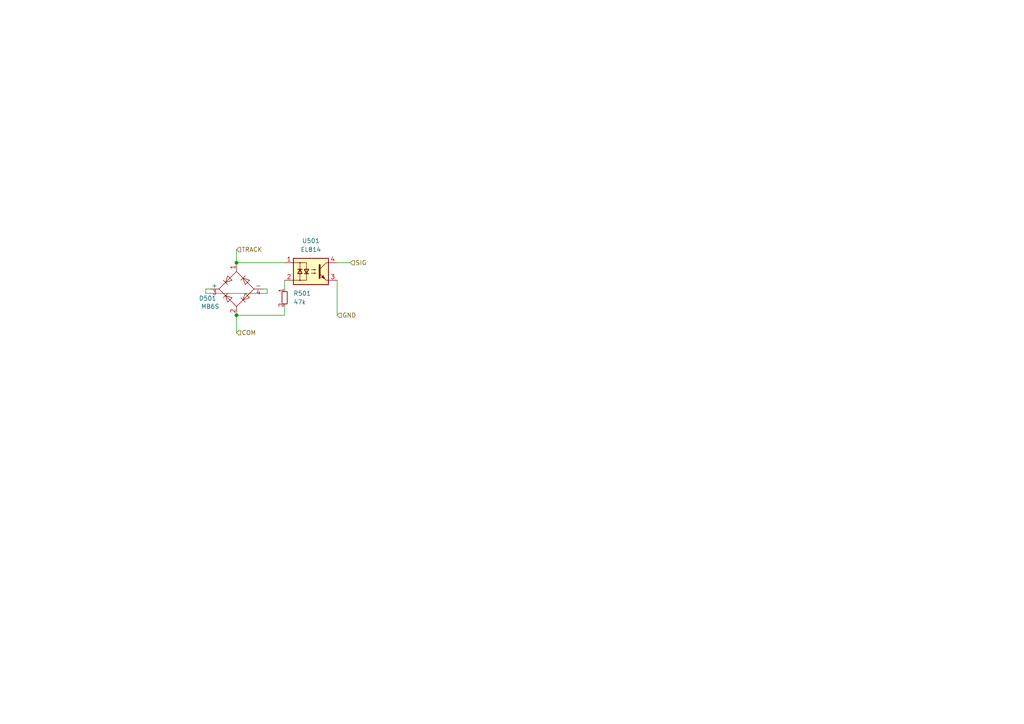
<source format=kicad_sch>
(kicad_sch (version 20230121) (generator eeschema)
  (paper "A4")
  (lib_symbols
    (symbol "Diode_Bridge:MB6S" (pin_names (offset 0))
      (property "Reference" "D" (at 2.54 6.985 0))
      (property "Value" "MB6S" (at 2.54 5.08 0))
      (symbol "MB6S_0_1"
        (polyline (pts (xy -2.54 3.81) (xy -1.27 2.54)))
        (polyline (pts (xy -1.27 -2.54) (xy -2.54 -3.81)))
        (polyline (pts (xy 2.54 -1.27) (xy 3.81 -2.54)))
        (polyline (pts (xy 2.54 1.27) (xy 3.81 2.54)))
        (polyline (pts (xy -3.81 2.54) (xy -2.54 1.27) (xy -1.905 3.175) (xy -3.81 2.54)))
        (polyline (pts (xy -2.54 -1.27) (xy -3.81 -2.54) (xy -1.905 -3.175) (xy -2.54 -1.27)))
        (polyline (pts (xy 1.27 2.54) (xy 2.54 3.81) (xy 3.175 1.905) (xy 1.27 2.54)))
        (polyline (pts (xy 3.175 -1.905) (xy 1.27 -2.54) (xy 2.54 -3.81) (xy 3.175 -1.905)))
        (polyline (pts (xy -5.08 0) (xy 0 -5.08) (xy 5.08 0) (xy 0 5.08) (xy -5.08 0)))
      )
      (symbol "MB6S_1_1"
        (pin passive line (at 0 -7.62 90) (length 2.54) (name "~") (number "1"))
        (pin passive line (at 0 7.62 270) (length 2.54) (name "~") (number "2"))
        (pin passive line (at 7.62 0 180) (length 2.54) (name "+") (number "3"))
        (pin passive line (at -7.62 0 0) (length 2.54) (name "-") (number "4"))
      )
    )
    (symbol "Isolator:EL814" (pin_names (offset 1.016))
      (property "Reference" "U" (at -5.334 4.826 0))
      (property "Value" "EL814" (at 0 5.08 0))
      (symbol "EL814_0_1"
        (rectangle (start -5.08 3.81) (end 5.08 -3.81) (stroke (width 0.254)) (fill (type background)))
        (circle (center -3.175 -2.54) (radius 0.127))
        (circle (center -3.175 2.54) (radius 0.127))
        (polyline (pts (xy -3.81 0.635) (xy -2.54 0.635)) (stroke (width 0.254)))
        (polyline (pts (xy -3.175 -0.635) (xy -3.175 -2.54)))
        (polyline (pts (xy -3.175 0.635) (xy -3.175 -0.635)))
        (polyline (pts (xy -3.175 0.635) (xy -3.175 2.54)))
        (polyline (pts (xy -1.905 -0.635) (xy -0.635 -0.635)) (stroke (width 0.254)))
        (polyline (pts (xy -1.27 0.635) (xy -1.27 -0.635)))
        (polyline (pts (xy 2.54 0.635) (xy 4.445 2.54)))
        (polyline (pts (xy 4.445 -2.54) (xy 2.54 -0.635)) (fill (type outline)))
        (polyline (pts (xy 4.445 -2.54) (xy 5.08 -2.54)))
        (polyline (pts (xy 4.445 2.54) (xy 5.08 2.54)))
        (polyline (pts (xy -5.08 2.54) (xy -1.27 2.54) (xy -1.27 0.635)))
        (polyline (pts (xy -1.27 -0.635) (xy -1.27 -2.54) (xy -5.08 -2.54)))
        (polyline (pts (xy 2.54 1.905) (xy 2.54 -1.905) (xy 2.54 -1.905)) (stroke (width 0.508)))
        (polyline (pts (xy -3.175 0.635) (xy -3.81 -0.635) (xy -2.54 -0.635) (xy -3.175 0.635)) (stroke (width 0.254)))
        (polyline (pts (xy -1.27 -0.635) (xy -1.905 0.635) (xy -0.635 0.635) (xy -1.27 -0.635)) (stroke (width 0.254)))
        (polyline (pts (xy 0.127 -0.508) (xy 1.397 -0.508) (xy 1.016 -0.635) (xy 1.016 -0.381) (xy 1.397 -0.508)))
        (polyline (pts (xy 0.127 0.508) (xy 1.397 0.508) (xy 1.016 0.381) (xy 1.016 0.635) (xy 1.397 0.508)))
        (polyline (pts (xy 3.048 -1.651) (xy 3.556 -1.143) (xy 4.064 -2.159) (xy 3.048 -1.651) (xy 3.048 -1.651)) (fill (type outline)))
      )
      (symbol "EL814_1_1"
        (pin passive line (at -7.62 2.54 0) (length 2.54) (name "~") (number "1"))
        (pin passive line (at -7.62 -2.54 0) (length 2.54) (name "~") (number "2"))
        (pin passive line (at 7.62 -2.54 180) (length 2.54) (name "~") (number "3"))
        (pin passive line (at 7.62 2.54 180) (length 2.54) (name "~") (number "4"))
      )
    )
    (symbol "resistors_0603:R_47k_0603"
      (property "Reference" "R" (at 1.27 2.54 0))
      (property "Value" "47k" (at 2.54 -2.54 0))
      (symbol "R_47k_0603_0_1"
        (rectangle (start -0.762 1.778) (end 0.762 -1.778) (stroke (width 0.2032)))
      )
      (symbol "R_47k_0603_1_1"
        (pin passive line (at 0 2.54 270) (length 0.762) (name "~") (number "1"))
        (pin passive line (at 0 -2.54 90) (length 0.762) (name "~") (number "2"))
      )
    )
  )
  (junction (at 68.58 76.2))
  (junction (at 68.58 91.44))
  (wire (pts (xy 68.58 91.44) (xy 82.55 91.44)))
  (wire (pts (xy 97.79 81.28) (xy 97.79 91.44)))
  (wire (pts (xy 77.47 85.09) (xy 59.69 85.09)))
  (wire (pts (xy 59.69 85.09) (xy 59.69 83.82)))
  (wire (pts (xy 68.58 91.44) (xy 68.58 96.52)))
  (wire (pts (xy 82.55 81.28) (xy 82.55 83.82)))
  (wire (pts (xy 97.79 76.2) (xy 101.6 76.2)))
  (wire (pts (xy 68.58 76.2) (xy 82.55 76.2)))
  (wire (pts (xy 60.96 83.82) (xy 59.69 83.82)))
  (wire (pts (xy 82.55 88.9) (xy 82.55 91.44)))
  (wire (pts (xy 68.58 72.39) (xy 68.58 76.2)))
  (wire (pts (xy 76.2 83.82) (xy 77.47 83.82)))
  (wire (pts (xy 77.47 83.82) (xy 77.47 85.09)))
  (hierarchical_label "TRACK" (shape input) (at 68.58 72.39 0))
  (hierarchical_label "SIG" (shape input) (at 101.6 76.2 0))
  (hierarchical_label "COM" (shape input) (at 68.58 96.52 0))
  (hierarchical_label "GND" (shape input) (at 97.79 91.44 0))
  (symbol (lib_id "resistors_0603:R_47k_0603") (at 82.55 86.36 0) (unit 1)
    (property "Reference" "R501" (at 85.09 85.09 0) (effects (justify left)))
    (property "Value" "47k" (at 85.09 87.63 0) (effects (justify left)))
    (property "Footprint" "custom_kicad_lib_sk:R_0603_smalltext" (effects hide))
    (property "JLCPCB Part#" "C25819" (effects hide))
    (instances (project "XnetBlockUnit" (path "" (reference "R501") (unit 1)) (path "" (reference "R601") (unit 1))))
  )
  (symbol (lib_id "Isolator:EL814") (at 90.17 78.74 0) (unit 1)
    (property "Reference" "U501" (at 90.17 69.85 0))
    (property "Value" "EL814" (at 90.17 72.39 0))
    (property "Footprint" "Package_SO:SSO-4_6.7x5.1mm_P2.54mm_Clearance8mm" (effects hide))
    (property "Datasheet" "http://www.everlight.com/file/ProductFile/EL814.pdf" (effects hide))
    (property "JLCPCB Part#" "C500388" (effects hide))
    (instances (project "XnetBlockUnit" (path "" (reference "U501") (unit 1)) (path "" (reference "U601") (unit 1))))
  )
  (symbol (lib_id "Diode_Bridge:MB6S") (at 68.58 83.82 180) (unit 1)
    (property "Reference" "D501" (at 60.2154 86.5291 0))
    (property "Value" "MB6S" (at 60.96 88.9 0))
    (property "Footprint" "Package_TO_SOT_SMD:TO-269AA" (effects hide))
    (property "Datasheet" "http://www.vishay.com/docs/88573/dfs.pdf" (effects hide))
    (property "JLCPCB Part#" "C2488" (effects hide))
    (instances (project "XnetBlockUnit" (path "" (reference "D501") (unit 1)) (path "" (reference "D601") (unit 1))) (project "basic components" (path "" (reference "D40") (unit 1))) (project "general_schematics" (path "" (reference "D40") (unit 1))))
  )
)
</source>
